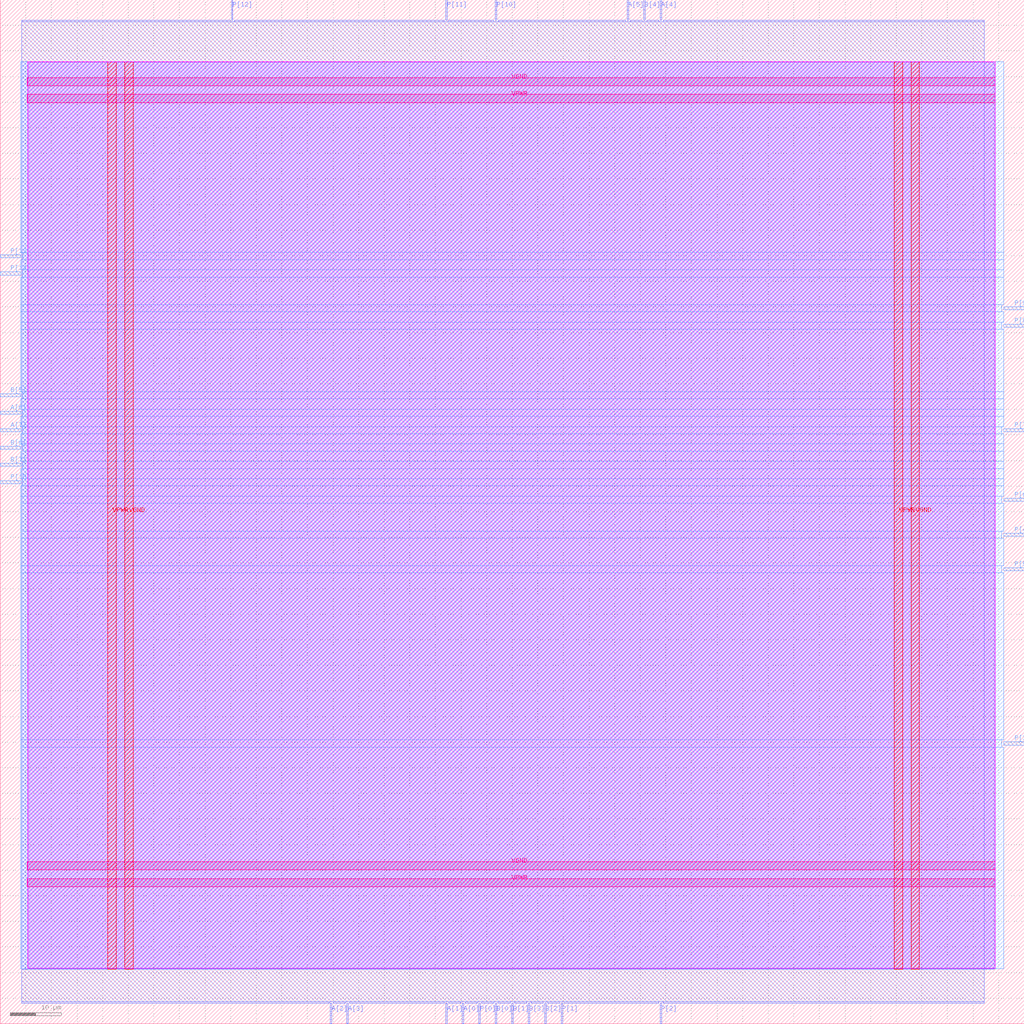
<source format=lef>
VERSION 5.7 ;
  NOWIREEXTENSIONATPIN ON ;
  DIVIDERCHAR "/" ;
  BUSBITCHARS "[]" ;
MACRO mult8_2bits_1op_e17349
  CLASS BLOCK ;
  FOREIGN mult8_2bits_1op_e17349 ;
  ORIGIN 0.000 0.000 ;
  SIZE 200.000 BY 200.000 ;
  PIN A[0]
    DIRECTION INPUT ;
    USE SIGNAL ;
    ANTENNAGATEAREA 0.247500 ;
    PORT
      LAYER met2 ;
        RECT 90.250 0.000 90.530 4.000 ;
    END
  END A[0]
  PIN A[1]
    DIRECTION INPUT ;
    USE SIGNAL ;
    ANTENNAGATEAREA 0.742500 ;
    PORT
      LAYER met2 ;
        RECT 87.030 0.000 87.310 4.000 ;
    END
  END A[1]
  PIN A[2]
    DIRECTION INPUT ;
    USE SIGNAL ;
    ANTENNAGATEAREA 0.213000 ;
    PORT
      LAYER met2 ;
        RECT 64.490 0.000 64.770 4.000 ;
    END
  END A[2]
  PIN A[3]
    DIRECTION INPUT ;
    USE SIGNAL ;
    ANTENNAGATEAREA 0.159000 ;
    PORT
      LAYER met2 ;
        RECT 67.710 0.000 67.990 4.000 ;
    END
  END A[3]
  PIN A[4]
    DIRECTION INPUT ;
    USE SIGNAL ;
    ANTENNAGATEAREA 0.213000 ;
    PORT
      LAYER met2 ;
        RECT 128.890 196.000 129.170 200.000 ;
    END
  END A[4]
  PIN A[5]
    DIRECTION INPUT ;
    USE SIGNAL ;
    ANTENNAGATEAREA 0.159000 ;
    PORT
      LAYER met2 ;
        RECT 122.450 196.000 122.730 200.000 ;
    END
  END A[5]
  PIN A[6]
    DIRECTION INPUT ;
    USE SIGNAL ;
    ANTENNAGATEAREA 0.213000 ;
    PORT
      LAYER met3 ;
        RECT 0.000 119.040 4.000 119.640 ;
    END
  END A[6]
  PIN A[7]
    DIRECTION INPUT ;
    USE SIGNAL ;
    ANTENNAGATEAREA 0.213000 ;
    PORT
      LAYER met3 ;
        RECT 0.000 115.640 4.000 116.240 ;
    END
  END A[7]
  PIN B[0]
    DIRECTION INPUT ;
    USE SIGNAL ;
    ANTENNAGATEAREA 0.213000 ;
    PORT
      LAYER met2 ;
        RECT 96.690 0.000 96.970 4.000 ;
    END
  END B[0]
  PIN B[1]
    DIRECTION INPUT ;
    USE SIGNAL ;
    ANTENNAGATEAREA 0.247500 ;
    PORT
      LAYER met2 ;
        RECT 99.910 0.000 100.190 4.000 ;
    END
  END B[1]
  PIN B[2]
    DIRECTION INPUT ;
    USE SIGNAL ;
    ANTENNAGATEAREA 0.159000 ;
    PORT
      LAYER met2 ;
        RECT 106.350 0.000 106.630 4.000 ;
    END
  END B[2]
  PIN B[3]
    DIRECTION INPUT ;
    USE SIGNAL ;
    ANTENNAGATEAREA 0.247500 ;
    PORT
      LAYER met2 ;
        RECT 103.130 0.000 103.410 4.000 ;
    END
  END B[3]
  PIN B[4]
    DIRECTION INPUT ;
    USE SIGNAL ;
    ANTENNAGATEAREA 0.213000 ;
    PORT
      LAYER met2 ;
        RECT 125.670 196.000 125.950 200.000 ;
    END
  END B[4]
  PIN B[5]
    DIRECTION INPUT ;
    USE SIGNAL ;
    ANTENNAGATEAREA 0.196500 ;
    PORT
      LAYER met3 ;
        RECT 0.000 122.440 4.000 123.040 ;
    END
  END B[5]
  PIN B[6]
    DIRECTION INPUT ;
    USE SIGNAL ;
    ANTENNAGATEAREA 0.159000 ;
    PORT
      LAYER met3 ;
        RECT 0.000 112.240 4.000 112.840 ;
    END
  END B[6]
  PIN B[7]
    DIRECTION INPUT ;
    USE SIGNAL ;
    ANTENNAGATEAREA 0.126000 ;
    PORT
      LAYER met3 ;
        RECT 0.000 108.840 4.000 109.440 ;
    END
  END B[7]
  PIN P[0]
    DIRECTION OUTPUT ;
    USE SIGNAL ;
    ANTENNADIFFAREA 0.445500 ;
    PORT
      LAYER met2 ;
        RECT 93.470 0.000 93.750 4.000 ;
    END
  END P[0]
  PIN P[10]
    DIRECTION OUTPUT ;
    USE SIGNAL ;
    ANTENNADIFFAREA 0.891000 ;
    PORT
      LAYER met2 ;
        RECT 96.690 196.000 96.970 200.000 ;
    END
  END P[10]
  PIN P[11]
    DIRECTION OUTPUT ;
    USE SIGNAL ;
    ANTENNADIFFAREA 1.336500 ;
    PORT
      LAYER met2 ;
        RECT 87.030 196.000 87.310 200.000 ;
    END
  END P[11]
  PIN P[12]
    DIRECTION OUTPUT ;
    USE SIGNAL ;
    ANTENNADIFFAREA 1.336500 ;
    PORT
      LAYER met2 ;
        RECT 45.170 196.000 45.450 200.000 ;
    END
  END P[12]
  PIN P[13]
    DIRECTION OUTPUT ;
    USE SIGNAL ;
    ANTENNADIFFAREA 1.336500 ;
    PORT
      LAYER met3 ;
        RECT 0.000 149.640 4.000 150.240 ;
    END
  END P[13]
  PIN P[14]
    DIRECTION OUTPUT ;
    USE SIGNAL ;
    ANTENNADIFFAREA 0.891000 ;
    PORT
      LAYER met3 ;
        RECT 0.000 146.240 4.000 146.840 ;
    END
  END P[14]
  PIN P[15]
    DIRECTION OUTPUT ;
    USE SIGNAL ;
    ANTENNADIFFAREA 1.782000 ;
    PORT
      LAYER met3 ;
        RECT 0.000 105.440 4.000 106.040 ;
    END
  END P[15]
  PIN P[1]
    DIRECTION OUTPUT ;
    USE SIGNAL ;
    ANTENNADIFFAREA 0.445500 ;
    PORT
      LAYER met2 ;
        RECT 109.570 0.000 109.850 4.000 ;
    END
  END P[1]
  PIN P[2]
    DIRECTION OUTPUT ;
    USE SIGNAL ;
    ANTENNADIFFAREA 0.445500 ;
    PORT
      LAYER met2 ;
        RECT 128.890 0.000 129.170 4.000 ;
    END
  END P[2]
  PIN P[3]
    DIRECTION OUTPUT ;
    USE SIGNAL ;
    ANTENNADIFFAREA 0.445500 ;
    PORT
      LAYER met3 ;
        RECT 196.000 54.440 200.000 55.040 ;
    END
  END P[3]
  PIN P[4]
    DIRECTION OUTPUT ;
    USE SIGNAL ;
    ANTENNADIFFAREA 0.445500 ;
    PORT
      LAYER met3 ;
        RECT 196.000 95.240 200.000 95.840 ;
    END
  END P[4]
  PIN P[5]
    DIRECTION OUTPUT ;
    USE SIGNAL ;
    ANTENNADIFFAREA 0.445500 ;
    PORT
      LAYER met3 ;
        RECT 196.000 88.440 200.000 89.040 ;
    END
  END P[5]
  PIN P[6]
    DIRECTION OUTPUT ;
    USE SIGNAL ;
    ANTENNADIFFAREA 0.445500 ;
    PORT
      LAYER met3 ;
        RECT 196.000 102.040 200.000 102.640 ;
    END
  END P[6]
  PIN P[7]
    DIRECTION OUTPUT ;
    USE SIGNAL ;
    ANTENNADIFFAREA 0.891000 ;
    PORT
      LAYER met3 ;
        RECT 196.000 115.640 200.000 116.240 ;
    END
  END P[7]
  PIN P[8]
    DIRECTION OUTPUT ;
    USE SIGNAL ;
    ANTENNADIFFAREA 1.336500 ;
    PORT
      LAYER met3 ;
        RECT 196.000 136.040 200.000 136.640 ;
    END
  END P[8]
  PIN P[9]
    DIRECTION OUTPUT ;
    USE SIGNAL ;
    ANTENNADIFFAREA 1.336500 ;
    PORT
      LAYER met3 ;
        RECT 196.000 139.440 200.000 140.040 ;
    END
  END P[9]
  PIN VGND
    DIRECTION INOUT ;
    USE GROUND ;
    PORT
      LAYER met4 ;
        RECT 24.340 10.640 25.940 187.920 ;
    END
    PORT
      LAYER met4 ;
        RECT 177.940 10.640 179.540 187.920 ;
    END
    PORT
      LAYER met5 ;
        RECT 5.280 30.030 194.360 31.630 ;
    END
    PORT
      LAYER met5 ;
        RECT 5.280 183.210 194.360 184.810 ;
    END
  END VGND
  PIN VPWR
    DIRECTION INOUT ;
    USE POWER ;
    PORT
      LAYER met4 ;
        RECT 21.040 10.640 22.640 187.920 ;
    END
    PORT
      LAYER met4 ;
        RECT 174.640 10.640 176.240 187.920 ;
    END
    PORT
      LAYER met5 ;
        RECT 5.280 26.730 194.360 28.330 ;
    END
    PORT
      LAYER met5 ;
        RECT 5.280 179.910 194.360 181.510 ;
    END
  END VPWR
  OBS
      LAYER nwell ;
        RECT 5.330 10.795 194.310 187.870 ;
      LAYER li1 ;
        RECT 5.520 10.795 194.120 187.765 ;
      LAYER met1 ;
        RECT 4.210 10.640 194.120 187.920 ;
      LAYER met2 ;
        RECT 4.230 195.720 44.890 196.000 ;
        RECT 45.730 195.720 86.750 196.000 ;
        RECT 87.590 195.720 96.410 196.000 ;
        RECT 97.250 195.720 122.170 196.000 ;
        RECT 123.010 195.720 125.390 196.000 ;
        RECT 126.230 195.720 128.610 196.000 ;
        RECT 129.450 195.720 192.190 196.000 ;
        RECT 4.230 4.280 192.190 195.720 ;
        RECT 4.230 4.000 64.210 4.280 ;
        RECT 65.050 4.000 67.430 4.280 ;
        RECT 68.270 4.000 86.750 4.280 ;
        RECT 87.590 4.000 89.970 4.280 ;
        RECT 90.810 4.000 93.190 4.280 ;
        RECT 94.030 4.000 96.410 4.280 ;
        RECT 97.250 4.000 99.630 4.280 ;
        RECT 100.470 4.000 102.850 4.280 ;
        RECT 103.690 4.000 106.070 4.280 ;
        RECT 106.910 4.000 109.290 4.280 ;
        RECT 110.130 4.000 128.610 4.280 ;
        RECT 129.450 4.000 192.190 4.280 ;
      LAYER met3 ;
        RECT 3.990 150.640 196.000 187.845 ;
        RECT 4.400 149.240 196.000 150.640 ;
        RECT 3.990 147.240 196.000 149.240 ;
        RECT 4.400 145.840 196.000 147.240 ;
        RECT 3.990 140.440 196.000 145.840 ;
        RECT 3.990 139.040 195.600 140.440 ;
        RECT 3.990 137.040 196.000 139.040 ;
        RECT 3.990 135.640 195.600 137.040 ;
        RECT 3.990 123.440 196.000 135.640 ;
        RECT 4.400 122.040 196.000 123.440 ;
        RECT 3.990 120.040 196.000 122.040 ;
        RECT 4.400 118.640 196.000 120.040 ;
        RECT 3.990 116.640 196.000 118.640 ;
        RECT 4.400 115.240 195.600 116.640 ;
        RECT 3.990 113.240 196.000 115.240 ;
        RECT 4.400 111.840 196.000 113.240 ;
        RECT 3.990 109.840 196.000 111.840 ;
        RECT 4.400 108.440 196.000 109.840 ;
        RECT 3.990 106.440 196.000 108.440 ;
        RECT 4.400 105.040 196.000 106.440 ;
        RECT 3.990 103.040 196.000 105.040 ;
        RECT 3.990 101.640 195.600 103.040 ;
        RECT 3.990 96.240 196.000 101.640 ;
        RECT 3.990 94.840 195.600 96.240 ;
        RECT 3.990 89.440 196.000 94.840 ;
        RECT 3.990 88.040 195.600 89.440 ;
        RECT 3.990 55.440 196.000 88.040 ;
        RECT 3.990 54.040 195.600 55.440 ;
        RECT 3.990 10.715 196.000 54.040 ;
  END
END mult8_2bits_1op_e17349
END LIBRARY


</source>
